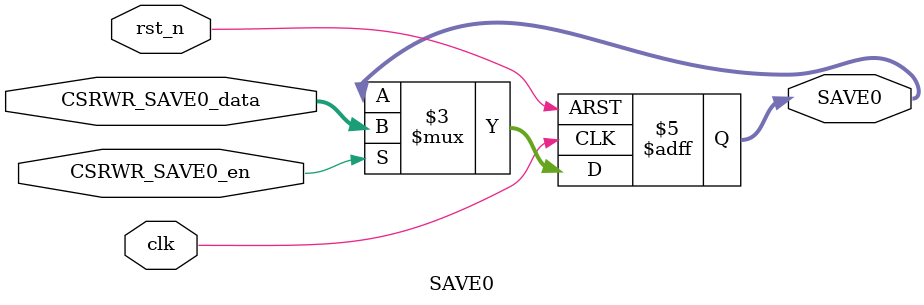
<source format=v>
module SAVE0 (
    input               clk,
    input               rst_n,

    input               CSRWR_SAVE0_en,
    input        [31:0] CSRWR_SAVE0_data,

    output  reg  [31:0] SAVE0
);
    
    always @(posedge clk or negedge rst_n) begin
        if(!rst_n)
            SAVE0 <= 32'b0;
        else if(CSRWR_SAVE0_en)
            SAVE0 <= CSRWR_SAVE0_data;
    end

endmodule
</source>
